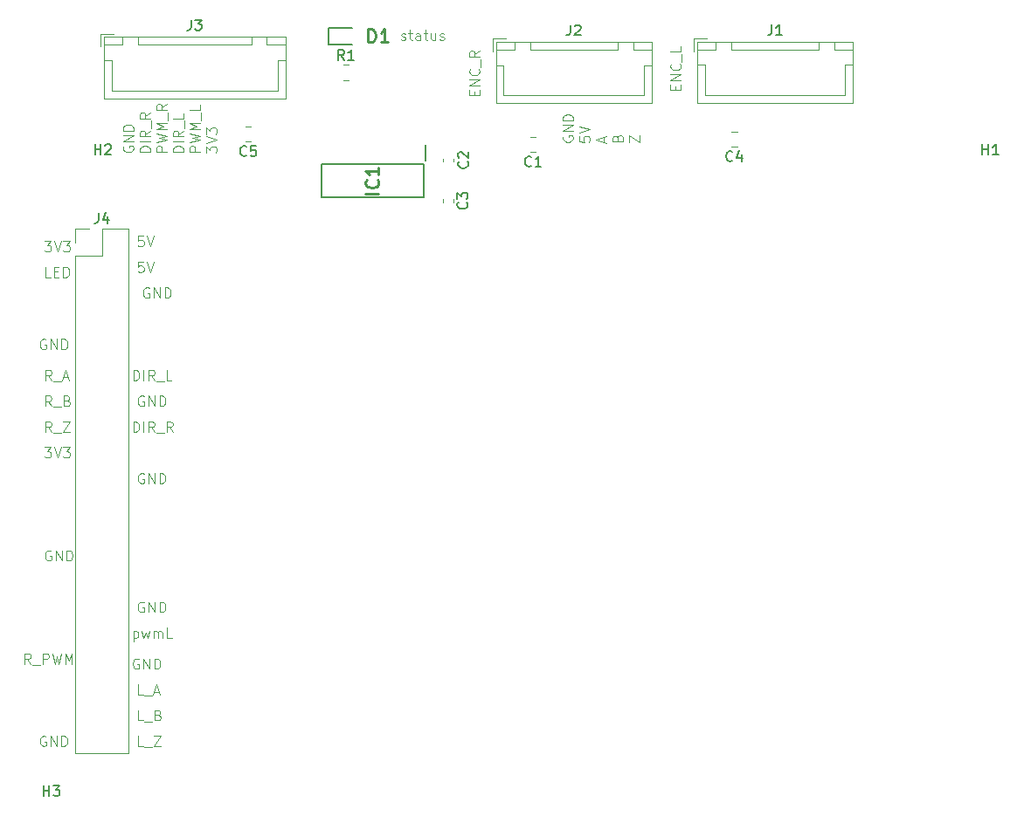
<source format=gto>
%TF.GenerationSoftware,KiCad,Pcbnew,8.0.1*%
%TF.CreationDate,2024-06-27T20:22:44+09:00*%
%TF.ProjectId,GPIO_board,4750494f-5f62-46f6-9172-642e6b696361,rev?*%
%TF.SameCoordinates,Original*%
%TF.FileFunction,Legend,Top*%
%TF.FilePolarity,Positive*%
%FSLAX46Y46*%
G04 Gerber Fmt 4.6, Leading zero omitted, Abs format (unit mm)*
G04 Created by KiCad (PCBNEW 8.0.1) date 2024-06-27 20:22:44*
%MOMM*%
%LPD*%
G01*
G04 APERTURE LIST*
%ADD10C,0.100000*%
%ADD11C,0.150000*%
%ADD12C,0.254000*%
%ADD13C,0.120000*%
%ADD14C,0.200000*%
G04 APERTURE END LIST*
D10*
X64327693Y-76420038D02*
X64232455Y-76372419D01*
X64232455Y-76372419D02*
X64089598Y-76372419D01*
X64089598Y-76372419D02*
X63946741Y-76420038D01*
X63946741Y-76420038D02*
X63851503Y-76515276D01*
X63851503Y-76515276D02*
X63803884Y-76610514D01*
X63803884Y-76610514D02*
X63756265Y-76800990D01*
X63756265Y-76800990D02*
X63756265Y-76943847D01*
X63756265Y-76943847D02*
X63803884Y-77134323D01*
X63803884Y-77134323D02*
X63851503Y-77229561D01*
X63851503Y-77229561D02*
X63946741Y-77324800D01*
X63946741Y-77324800D02*
X64089598Y-77372419D01*
X64089598Y-77372419D02*
X64184836Y-77372419D01*
X64184836Y-77372419D02*
X64327693Y-77324800D01*
X64327693Y-77324800D02*
X64375312Y-77277180D01*
X64375312Y-77277180D02*
X64375312Y-76943847D01*
X64375312Y-76943847D02*
X64184836Y-76943847D01*
X64803884Y-77372419D02*
X64803884Y-76372419D01*
X64803884Y-76372419D02*
X65375312Y-77372419D01*
X65375312Y-77372419D02*
X65375312Y-76372419D01*
X65851503Y-77372419D02*
X65851503Y-76372419D01*
X65851503Y-76372419D02*
X66089598Y-76372419D01*
X66089598Y-76372419D02*
X66232455Y-76420038D01*
X66232455Y-76420038D02*
X66327693Y-76515276D01*
X66327693Y-76515276D02*
X66375312Y-76610514D01*
X66375312Y-76610514D02*
X66422931Y-76800990D01*
X66422931Y-76800990D02*
X66422931Y-76943847D01*
X66422931Y-76943847D02*
X66375312Y-77134323D01*
X66375312Y-77134323D02*
X66327693Y-77229561D01*
X66327693Y-77229561D02*
X66232455Y-77324800D01*
X66232455Y-77324800D02*
X66089598Y-77372419D01*
X66089598Y-77372419D02*
X65851503Y-77372419D01*
X63780074Y-73872419D02*
X63303884Y-73872419D01*
X63303884Y-73872419D02*
X63256265Y-74348609D01*
X63256265Y-74348609D02*
X63303884Y-74300990D01*
X63303884Y-74300990D02*
X63399122Y-74253371D01*
X63399122Y-74253371D02*
X63637217Y-74253371D01*
X63637217Y-74253371D02*
X63732455Y-74300990D01*
X63732455Y-74300990D02*
X63780074Y-74348609D01*
X63780074Y-74348609D02*
X63827693Y-74443847D01*
X63827693Y-74443847D02*
X63827693Y-74681942D01*
X63827693Y-74681942D02*
X63780074Y-74777180D01*
X63780074Y-74777180D02*
X63732455Y-74824800D01*
X63732455Y-74824800D02*
X63637217Y-74872419D01*
X63637217Y-74872419D02*
X63399122Y-74872419D01*
X63399122Y-74872419D02*
X63303884Y-74824800D01*
X63303884Y-74824800D02*
X63256265Y-74777180D01*
X64113408Y-73872419D02*
X64446741Y-74872419D01*
X64446741Y-74872419D02*
X64780074Y-73872419D01*
X52875312Y-112872419D02*
X52541979Y-112396228D01*
X52303884Y-112872419D02*
X52303884Y-111872419D01*
X52303884Y-111872419D02*
X52684836Y-111872419D01*
X52684836Y-111872419D02*
X52780074Y-111920038D01*
X52780074Y-111920038D02*
X52827693Y-111967657D01*
X52827693Y-111967657D02*
X52875312Y-112062895D01*
X52875312Y-112062895D02*
X52875312Y-112205752D01*
X52875312Y-112205752D02*
X52827693Y-112300990D01*
X52827693Y-112300990D02*
X52780074Y-112348609D01*
X52780074Y-112348609D02*
X52684836Y-112396228D01*
X52684836Y-112396228D02*
X52303884Y-112396228D01*
X53065789Y-112967657D02*
X53827693Y-112967657D01*
X54065789Y-112872419D02*
X54065789Y-111872419D01*
X54065789Y-111872419D02*
X54446741Y-111872419D01*
X54446741Y-111872419D02*
X54541979Y-111920038D01*
X54541979Y-111920038D02*
X54589598Y-111967657D01*
X54589598Y-111967657D02*
X54637217Y-112062895D01*
X54637217Y-112062895D02*
X54637217Y-112205752D01*
X54637217Y-112205752D02*
X54589598Y-112300990D01*
X54589598Y-112300990D02*
X54541979Y-112348609D01*
X54541979Y-112348609D02*
X54446741Y-112396228D01*
X54446741Y-112396228D02*
X54065789Y-112396228D01*
X54970551Y-111872419D02*
X55208646Y-112872419D01*
X55208646Y-112872419D02*
X55399122Y-112158133D01*
X55399122Y-112158133D02*
X55589598Y-112872419D01*
X55589598Y-112872419D02*
X55827694Y-111872419D01*
X56208646Y-112872419D02*
X56208646Y-111872419D01*
X56208646Y-111872419D02*
X56541979Y-112586704D01*
X56541979Y-112586704D02*
X56875312Y-111872419D01*
X56875312Y-111872419D02*
X56875312Y-112872419D01*
X63327693Y-112420038D02*
X63232455Y-112372419D01*
X63232455Y-112372419D02*
X63089598Y-112372419D01*
X63089598Y-112372419D02*
X62946741Y-112420038D01*
X62946741Y-112420038D02*
X62851503Y-112515276D01*
X62851503Y-112515276D02*
X62803884Y-112610514D01*
X62803884Y-112610514D02*
X62756265Y-112800990D01*
X62756265Y-112800990D02*
X62756265Y-112943847D01*
X62756265Y-112943847D02*
X62803884Y-113134323D01*
X62803884Y-113134323D02*
X62851503Y-113229561D01*
X62851503Y-113229561D02*
X62946741Y-113324800D01*
X62946741Y-113324800D02*
X63089598Y-113372419D01*
X63089598Y-113372419D02*
X63184836Y-113372419D01*
X63184836Y-113372419D02*
X63327693Y-113324800D01*
X63327693Y-113324800D02*
X63375312Y-113277180D01*
X63375312Y-113277180D02*
X63375312Y-112943847D01*
X63375312Y-112943847D02*
X63184836Y-112943847D01*
X63803884Y-113372419D02*
X63803884Y-112372419D01*
X63803884Y-112372419D02*
X64375312Y-113372419D01*
X64375312Y-113372419D02*
X64375312Y-112372419D01*
X64851503Y-113372419D02*
X64851503Y-112372419D01*
X64851503Y-112372419D02*
X65089598Y-112372419D01*
X65089598Y-112372419D02*
X65232455Y-112420038D01*
X65232455Y-112420038D02*
X65327693Y-112515276D01*
X65327693Y-112515276D02*
X65375312Y-112610514D01*
X65375312Y-112610514D02*
X65422931Y-112800990D01*
X65422931Y-112800990D02*
X65422931Y-112943847D01*
X65422931Y-112943847D02*
X65375312Y-113134323D01*
X65375312Y-113134323D02*
X65327693Y-113229561D01*
X65327693Y-113229561D02*
X65232455Y-113324800D01*
X65232455Y-113324800D02*
X65089598Y-113372419D01*
X65089598Y-113372419D02*
X64851503Y-113372419D01*
X63780074Y-118372419D02*
X63303884Y-118372419D01*
X63303884Y-118372419D02*
X63303884Y-117372419D01*
X63875313Y-118467657D02*
X64637217Y-118467657D01*
X65208646Y-117848609D02*
X65351503Y-117896228D01*
X65351503Y-117896228D02*
X65399122Y-117943847D01*
X65399122Y-117943847D02*
X65446741Y-118039085D01*
X65446741Y-118039085D02*
X65446741Y-118181942D01*
X65446741Y-118181942D02*
X65399122Y-118277180D01*
X65399122Y-118277180D02*
X65351503Y-118324800D01*
X65351503Y-118324800D02*
X65256265Y-118372419D01*
X65256265Y-118372419D02*
X64875313Y-118372419D01*
X64875313Y-118372419D02*
X64875313Y-117372419D01*
X64875313Y-117372419D02*
X65208646Y-117372419D01*
X65208646Y-117372419D02*
X65303884Y-117420038D01*
X65303884Y-117420038D02*
X65351503Y-117467657D01*
X65351503Y-117467657D02*
X65399122Y-117562895D01*
X65399122Y-117562895D02*
X65399122Y-117658133D01*
X65399122Y-117658133D02*
X65351503Y-117753371D01*
X65351503Y-117753371D02*
X65303884Y-117800990D01*
X65303884Y-117800990D02*
X65208646Y-117848609D01*
X65208646Y-117848609D02*
X64875313Y-117848609D01*
X63827693Y-106920038D02*
X63732455Y-106872419D01*
X63732455Y-106872419D02*
X63589598Y-106872419D01*
X63589598Y-106872419D02*
X63446741Y-106920038D01*
X63446741Y-106920038D02*
X63351503Y-107015276D01*
X63351503Y-107015276D02*
X63303884Y-107110514D01*
X63303884Y-107110514D02*
X63256265Y-107300990D01*
X63256265Y-107300990D02*
X63256265Y-107443847D01*
X63256265Y-107443847D02*
X63303884Y-107634323D01*
X63303884Y-107634323D02*
X63351503Y-107729561D01*
X63351503Y-107729561D02*
X63446741Y-107824800D01*
X63446741Y-107824800D02*
X63589598Y-107872419D01*
X63589598Y-107872419D02*
X63684836Y-107872419D01*
X63684836Y-107872419D02*
X63827693Y-107824800D01*
X63827693Y-107824800D02*
X63875312Y-107777180D01*
X63875312Y-107777180D02*
X63875312Y-107443847D01*
X63875312Y-107443847D02*
X63684836Y-107443847D01*
X64303884Y-107872419D02*
X64303884Y-106872419D01*
X64303884Y-106872419D02*
X64875312Y-107872419D01*
X64875312Y-107872419D02*
X64875312Y-106872419D01*
X65351503Y-107872419D02*
X65351503Y-106872419D01*
X65351503Y-106872419D02*
X65589598Y-106872419D01*
X65589598Y-106872419D02*
X65732455Y-106920038D01*
X65732455Y-106920038D02*
X65827693Y-107015276D01*
X65827693Y-107015276D02*
X65875312Y-107110514D01*
X65875312Y-107110514D02*
X65922931Y-107300990D01*
X65922931Y-107300990D02*
X65922931Y-107443847D01*
X65922931Y-107443847D02*
X65875312Y-107634323D01*
X65875312Y-107634323D02*
X65827693Y-107729561D01*
X65827693Y-107729561D02*
X65732455Y-107824800D01*
X65732455Y-107824800D02*
X65589598Y-107872419D01*
X65589598Y-107872419D02*
X65351503Y-107872419D01*
X63780074Y-115872419D02*
X63303884Y-115872419D01*
X63303884Y-115872419D02*
X63303884Y-114872419D01*
X63875313Y-115967657D02*
X64637217Y-115967657D01*
X64827694Y-115586704D02*
X65303884Y-115586704D01*
X64732456Y-115872419D02*
X65065789Y-114872419D01*
X65065789Y-114872419D02*
X65399122Y-115872419D01*
X54208646Y-71872419D02*
X54827693Y-71872419D01*
X54827693Y-71872419D02*
X54494360Y-72253371D01*
X54494360Y-72253371D02*
X54637217Y-72253371D01*
X54637217Y-72253371D02*
X54732455Y-72300990D01*
X54732455Y-72300990D02*
X54780074Y-72348609D01*
X54780074Y-72348609D02*
X54827693Y-72443847D01*
X54827693Y-72443847D02*
X54827693Y-72681942D01*
X54827693Y-72681942D02*
X54780074Y-72777180D01*
X54780074Y-72777180D02*
X54732455Y-72824800D01*
X54732455Y-72824800D02*
X54637217Y-72872419D01*
X54637217Y-72872419D02*
X54351503Y-72872419D01*
X54351503Y-72872419D02*
X54256265Y-72824800D01*
X54256265Y-72824800D02*
X54208646Y-72777180D01*
X55113408Y-71872419D02*
X55446741Y-72872419D01*
X55446741Y-72872419D02*
X55780074Y-71872419D01*
X56018170Y-71872419D02*
X56637217Y-71872419D01*
X56637217Y-71872419D02*
X56303884Y-72253371D01*
X56303884Y-72253371D02*
X56446741Y-72253371D01*
X56446741Y-72253371D02*
X56541979Y-72300990D01*
X56541979Y-72300990D02*
X56589598Y-72348609D01*
X56589598Y-72348609D02*
X56637217Y-72443847D01*
X56637217Y-72443847D02*
X56637217Y-72681942D01*
X56637217Y-72681942D02*
X56589598Y-72777180D01*
X56589598Y-72777180D02*
X56541979Y-72824800D01*
X56541979Y-72824800D02*
X56446741Y-72872419D01*
X56446741Y-72872419D02*
X56161027Y-72872419D01*
X56161027Y-72872419D02*
X56065789Y-72824800D01*
X56065789Y-72824800D02*
X56018170Y-72777180D01*
X54827693Y-101920038D02*
X54732455Y-101872419D01*
X54732455Y-101872419D02*
X54589598Y-101872419D01*
X54589598Y-101872419D02*
X54446741Y-101920038D01*
X54446741Y-101920038D02*
X54351503Y-102015276D01*
X54351503Y-102015276D02*
X54303884Y-102110514D01*
X54303884Y-102110514D02*
X54256265Y-102300990D01*
X54256265Y-102300990D02*
X54256265Y-102443847D01*
X54256265Y-102443847D02*
X54303884Y-102634323D01*
X54303884Y-102634323D02*
X54351503Y-102729561D01*
X54351503Y-102729561D02*
X54446741Y-102824800D01*
X54446741Y-102824800D02*
X54589598Y-102872419D01*
X54589598Y-102872419D02*
X54684836Y-102872419D01*
X54684836Y-102872419D02*
X54827693Y-102824800D01*
X54827693Y-102824800D02*
X54875312Y-102777180D01*
X54875312Y-102777180D02*
X54875312Y-102443847D01*
X54875312Y-102443847D02*
X54684836Y-102443847D01*
X55303884Y-102872419D02*
X55303884Y-101872419D01*
X55303884Y-101872419D02*
X55875312Y-102872419D01*
X55875312Y-102872419D02*
X55875312Y-101872419D01*
X56351503Y-102872419D02*
X56351503Y-101872419D01*
X56351503Y-101872419D02*
X56589598Y-101872419D01*
X56589598Y-101872419D02*
X56732455Y-101920038D01*
X56732455Y-101920038D02*
X56827693Y-102015276D01*
X56827693Y-102015276D02*
X56875312Y-102110514D01*
X56875312Y-102110514D02*
X56922931Y-102300990D01*
X56922931Y-102300990D02*
X56922931Y-102443847D01*
X56922931Y-102443847D02*
X56875312Y-102634323D01*
X56875312Y-102634323D02*
X56827693Y-102729561D01*
X56827693Y-102729561D02*
X56732455Y-102824800D01*
X56732455Y-102824800D02*
X56589598Y-102872419D01*
X56589598Y-102872419D02*
X56351503Y-102872419D01*
X104480262Y-61672306D02*
X104432643Y-61767544D01*
X104432643Y-61767544D02*
X104432643Y-61910401D01*
X104432643Y-61910401D02*
X104480262Y-62053258D01*
X104480262Y-62053258D02*
X104575500Y-62148496D01*
X104575500Y-62148496D02*
X104670738Y-62196115D01*
X104670738Y-62196115D02*
X104861214Y-62243734D01*
X104861214Y-62243734D02*
X105004071Y-62243734D01*
X105004071Y-62243734D02*
X105194547Y-62196115D01*
X105194547Y-62196115D02*
X105289785Y-62148496D01*
X105289785Y-62148496D02*
X105385024Y-62053258D01*
X105385024Y-62053258D02*
X105432643Y-61910401D01*
X105432643Y-61910401D02*
X105432643Y-61815163D01*
X105432643Y-61815163D02*
X105385024Y-61672306D01*
X105385024Y-61672306D02*
X105337404Y-61624687D01*
X105337404Y-61624687D02*
X105004071Y-61624687D01*
X105004071Y-61624687D02*
X105004071Y-61815163D01*
X105432643Y-61196115D02*
X104432643Y-61196115D01*
X104432643Y-61196115D02*
X105432643Y-60624687D01*
X105432643Y-60624687D02*
X104432643Y-60624687D01*
X105432643Y-60148496D02*
X104432643Y-60148496D01*
X104432643Y-60148496D02*
X104432643Y-59910401D01*
X104432643Y-59910401D02*
X104480262Y-59767544D01*
X104480262Y-59767544D02*
X104575500Y-59672306D01*
X104575500Y-59672306D02*
X104670738Y-59624687D01*
X104670738Y-59624687D02*
X104861214Y-59577068D01*
X104861214Y-59577068D02*
X105004071Y-59577068D01*
X105004071Y-59577068D02*
X105194547Y-59624687D01*
X105194547Y-59624687D02*
X105289785Y-59672306D01*
X105289785Y-59672306D02*
X105385024Y-59767544D01*
X105385024Y-59767544D02*
X105432643Y-59910401D01*
X105432643Y-59910401D02*
X105432643Y-60148496D01*
X106042587Y-61719925D02*
X106042587Y-62196115D01*
X106042587Y-62196115D02*
X106518777Y-62243734D01*
X106518777Y-62243734D02*
X106471158Y-62196115D01*
X106471158Y-62196115D02*
X106423539Y-62100877D01*
X106423539Y-62100877D02*
X106423539Y-61862782D01*
X106423539Y-61862782D02*
X106471158Y-61767544D01*
X106471158Y-61767544D02*
X106518777Y-61719925D01*
X106518777Y-61719925D02*
X106614015Y-61672306D01*
X106614015Y-61672306D02*
X106852110Y-61672306D01*
X106852110Y-61672306D02*
X106947348Y-61719925D01*
X106947348Y-61719925D02*
X106994968Y-61767544D01*
X106994968Y-61767544D02*
X107042587Y-61862782D01*
X107042587Y-61862782D02*
X107042587Y-62100877D01*
X107042587Y-62100877D02*
X106994968Y-62196115D01*
X106994968Y-62196115D02*
X106947348Y-62243734D01*
X106042587Y-61386591D02*
X107042587Y-61053258D01*
X107042587Y-61053258D02*
X106042587Y-60719925D01*
X108366816Y-62243734D02*
X108366816Y-61767544D01*
X108652531Y-62338972D02*
X107652531Y-62005639D01*
X107652531Y-62005639D02*
X108652531Y-61672306D01*
X109738665Y-61862782D02*
X109786284Y-61719925D01*
X109786284Y-61719925D02*
X109833903Y-61672306D01*
X109833903Y-61672306D02*
X109929141Y-61624687D01*
X109929141Y-61624687D02*
X110071998Y-61624687D01*
X110071998Y-61624687D02*
X110167236Y-61672306D01*
X110167236Y-61672306D02*
X110214856Y-61719925D01*
X110214856Y-61719925D02*
X110262475Y-61815163D01*
X110262475Y-61815163D02*
X110262475Y-62196115D01*
X110262475Y-62196115D02*
X109262475Y-62196115D01*
X109262475Y-62196115D02*
X109262475Y-61862782D01*
X109262475Y-61862782D02*
X109310094Y-61767544D01*
X109310094Y-61767544D02*
X109357713Y-61719925D01*
X109357713Y-61719925D02*
X109452951Y-61672306D01*
X109452951Y-61672306D02*
X109548189Y-61672306D01*
X109548189Y-61672306D02*
X109643427Y-61719925D01*
X109643427Y-61719925D02*
X109691046Y-61767544D01*
X109691046Y-61767544D02*
X109738665Y-61862782D01*
X109738665Y-61862782D02*
X109738665Y-62196115D01*
X110872419Y-62291353D02*
X110872419Y-61624687D01*
X110872419Y-61624687D02*
X111872419Y-62291353D01*
X111872419Y-62291353D02*
X111872419Y-61624687D01*
X54875312Y-87872419D02*
X54541979Y-87396228D01*
X54303884Y-87872419D02*
X54303884Y-86872419D01*
X54303884Y-86872419D02*
X54684836Y-86872419D01*
X54684836Y-86872419D02*
X54780074Y-86920038D01*
X54780074Y-86920038D02*
X54827693Y-86967657D01*
X54827693Y-86967657D02*
X54875312Y-87062895D01*
X54875312Y-87062895D02*
X54875312Y-87205752D01*
X54875312Y-87205752D02*
X54827693Y-87300990D01*
X54827693Y-87300990D02*
X54780074Y-87348609D01*
X54780074Y-87348609D02*
X54684836Y-87396228D01*
X54684836Y-87396228D02*
X54303884Y-87396228D01*
X55065789Y-87967657D02*
X55827693Y-87967657D01*
X56399122Y-87348609D02*
X56541979Y-87396228D01*
X56541979Y-87396228D02*
X56589598Y-87443847D01*
X56589598Y-87443847D02*
X56637217Y-87539085D01*
X56637217Y-87539085D02*
X56637217Y-87681942D01*
X56637217Y-87681942D02*
X56589598Y-87777180D01*
X56589598Y-87777180D02*
X56541979Y-87824800D01*
X56541979Y-87824800D02*
X56446741Y-87872419D01*
X56446741Y-87872419D02*
X56065789Y-87872419D01*
X56065789Y-87872419D02*
X56065789Y-86872419D01*
X56065789Y-86872419D02*
X56399122Y-86872419D01*
X56399122Y-86872419D02*
X56494360Y-86920038D01*
X56494360Y-86920038D02*
X56541979Y-86967657D01*
X56541979Y-86967657D02*
X56589598Y-87062895D01*
X56589598Y-87062895D02*
X56589598Y-87158133D01*
X56589598Y-87158133D02*
X56541979Y-87253371D01*
X56541979Y-87253371D02*
X56494360Y-87300990D01*
X56494360Y-87300990D02*
X56399122Y-87348609D01*
X56399122Y-87348609D02*
X56065789Y-87348609D01*
X54208646Y-91872419D02*
X54827693Y-91872419D01*
X54827693Y-91872419D02*
X54494360Y-92253371D01*
X54494360Y-92253371D02*
X54637217Y-92253371D01*
X54637217Y-92253371D02*
X54732455Y-92300990D01*
X54732455Y-92300990D02*
X54780074Y-92348609D01*
X54780074Y-92348609D02*
X54827693Y-92443847D01*
X54827693Y-92443847D02*
X54827693Y-92681942D01*
X54827693Y-92681942D02*
X54780074Y-92777180D01*
X54780074Y-92777180D02*
X54732455Y-92824800D01*
X54732455Y-92824800D02*
X54637217Y-92872419D01*
X54637217Y-92872419D02*
X54351503Y-92872419D01*
X54351503Y-92872419D02*
X54256265Y-92824800D01*
X54256265Y-92824800D02*
X54208646Y-92777180D01*
X55113408Y-91872419D02*
X55446741Y-92872419D01*
X55446741Y-92872419D02*
X55780074Y-91872419D01*
X56018170Y-91872419D02*
X56637217Y-91872419D01*
X56637217Y-91872419D02*
X56303884Y-92253371D01*
X56303884Y-92253371D02*
X56446741Y-92253371D01*
X56446741Y-92253371D02*
X56541979Y-92300990D01*
X56541979Y-92300990D02*
X56589598Y-92348609D01*
X56589598Y-92348609D02*
X56637217Y-92443847D01*
X56637217Y-92443847D02*
X56637217Y-92681942D01*
X56637217Y-92681942D02*
X56589598Y-92777180D01*
X56589598Y-92777180D02*
X56541979Y-92824800D01*
X56541979Y-92824800D02*
X56446741Y-92872419D01*
X56446741Y-92872419D02*
X56161027Y-92872419D01*
X56161027Y-92872419D02*
X56065789Y-92824800D01*
X56065789Y-92824800D02*
X56018170Y-92777180D01*
X63780074Y-71372419D02*
X63303884Y-71372419D01*
X63303884Y-71372419D02*
X63256265Y-71848609D01*
X63256265Y-71848609D02*
X63303884Y-71800990D01*
X63303884Y-71800990D02*
X63399122Y-71753371D01*
X63399122Y-71753371D02*
X63637217Y-71753371D01*
X63637217Y-71753371D02*
X63732455Y-71800990D01*
X63732455Y-71800990D02*
X63780074Y-71848609D01*
X63780074Y-71848609D02*
X63827693Y-71943847D01*
X63827693Y-71943847D02*
X63827693Y-72181942D01*
X63827693Y-72181942D02*
X63780074Y-72277180D01*
X63780074Y-72277180D02*
X63732455Y-72324800D01*
X63732455Y-72324800D02*
X63637217Y-72372419D01*
X63637217Y-72372419D02*
X63399122Y-72372419D01*
X63399122Y-72372419D02*
X63303884Y-72324800D01*
X63303884Y-72324800D02*
X63256265Y-72277180D01*
X64113408Y-71372419D02*
X64446741Y-72372419D01*
X64446741Y-72372419D02*
X64780074Y-71372419D01*
X95848609Y-57696115D02*
X95848609Y-57362782D01*
X96372419Y-57219925D02*
X96372419Y-57696115D01*
X96372419Y-57696115D02*
X95372419Y-57696115D01*
X95372419Y-57696115D02*
X95372419Y-57219925D01*
X96372419Y-56791353D02*
X95372419Y-56791353D01*
X95372419Y-56791353D02*
X96372419Y-56219925D01*
X96372419Y-56219925D02*
X95372419Y-56219925D01*
X96277180Y-55172306D02*
X96324800Y-55219925D01*
X96324800Y-55219925D02*
X96372419Y-55362782D01*
X96372419Y-55362782D02*
X96372419Y-55458020D01*
X96372419Y-55458020D02*
X96324800Y-55600877D01*
X96324800Y-55600877D02*
X96229561Y-55696115D01*
X96229561Y-55696115D02*
X96134323Y-55743734D01*
X96134323Y-55743734D02*
X95943847Y-55791353D01*
X95943847Y-55791353D02*
X95800990Y-55791353D01*
X95800990Y-55791353D02*
X95610514Y-55743734D01*
X95610514Y-55743734D02*
X95515276Y-55696115D01*
X95515276Y-55696115D02*
X95420038Y-55600877D01*
X95420038Y-55600877D02*
X95372419Y-55458020D01*
X95372419Y-55458020D02*
X95372419Y-55362782D01*
X95372419Y-55362782D02*
X95420038Y-55219925D01*
X95420038Y-55219925D02*
X95467657Y-55172306D01*
X96467657Y-54981830D02*
X96467657Y-54219925D01*
X96372419Y-53410401D02*
X95896228Y-53743734D01*
X96372419Y-53981829D02*
X95372419Y-53981829D01*
X95372419Y-53981829D02*
X95372419Y-53600877D01*
X95372419Y-53600877D02*
X95420038Y-53505639D01*
X95420038Y-53505639D02*
X95467657Y-53458020D01*
X95467657Y-53458020D02*
X95562895Y-53410401D01*
X95562895Y-53410401D02*
X95705752Y-53410401D01*
X95705752Y-53410401D02*
X95800990Y-53458020D01*
X95800990Y-53458020D02*
X95848609Y-53505639D01*
X95848609Y-53505639D02*
X95896228Y-53600877D01*
X95896228Y-53600877D02*
X95896228Y-53981829D01*
X54875312Y-90372419D02*
X54541979Y-89896228D01*
X54303884Y-90372419D02*
X54303884Y-89372419D01*
X54303884Y-89372419D02*
X54684836Y-89372419D01*
X54684836Y-89372419D02*
X54780074Y-89420038D01*
X54780074Y-89420038D02*
X54827693Y-89467657D01*
X54827693Y-89467657D02*
X54875312Y-89562895D01*
X54875312Y-89562895D02*
X54875312Y-89705752D01*
X54875312Y-89705752D02*
X54827693Y-89800990D01*
X54827693Y-89800990D02*
X54780074Y-89848609D01*
X54780074Y-89848609D02*
X54684836Y-89896228D01*
X54684836Y-89896228D02*
X54303884Y-89896228D01*
X55065789Y-90467657D02*
X55827693Y-90467657D01*
X55970551Y-89372419D02*
X56637217Y-89372419D01*
X56637217Y-89372419D02*
X55970551Y-90372419D01*
X55970551Y-90372419D02*
X56637217Y-90372419D01*
X63827693Y-86920038D02*
X63732455Y-86872419D01*
X63732455Y-86872419D02*
X63589598Y-86872419D01*
X63589598Y-86872419D02*
X63446741Y-86920038D01*
X63446741Y-86920038D02*
X63351503Y-87015276D01*
X63351503Y-87015276D02*
X63303884Y-87110514D01*
X63303884Y-87110514D02*
X63256265Y-87300990D01*
X63256265Y-87300990D02*
X63256265Y-87443847D01*
X63256265Y-87443847D02*
X63303884Y-87634323D01*
X63303884Y-87634323D02*
X63351503Y-87729561D01*
X63351503Y-87729561D02*
X63446741Y-87824800D01*
X63446741Y-87824800D02*
X63589598Y-87872419D01*
X63589598Y-87872419D02*
X63684836Y-87872419D01*
X63684836Y-87872419D02*
X63827693Y-87824800D01*
X63827693Y-87824800D02*
X63875312Y-87777180D01*
X63875312Y-87777180D02*
X63875312Y-87443847D01*
X63875312Y-87443847D02*
X63684836Y-87443847D01*
X64303884Y-87872419D02*
X64303884Y-86872419D01*
X64303884Y-86872419D02*
X64875312Y-87872419D01*
X64875312Y-87872419D02*
X64875312Y-86872419D01*
X65351503Y-87872419D02*
X65351503Y-86872419D01*
X65351503Y-86872419D02*
X65589598Y-86872419D01*
X65589598Y-86872419D02*
X65732455Y-86920038D01*
X65732455Y-86920038D02*
X65827693Y-87015276D01*
X65827693Y-87015276D02*
X65875312Y-87110514D01*
X65875312Y-87110514D02*
X65922931Y-87300990D01*
X65922931Y-87300990D02*
X65922931Y-87443847D01*
X65922931Y-87443847D02*
X65875312Y-87634323D01*
X65875312Y-87634323D02*
X65827693Y-87729561D01*
X65827693Y-87729561D02*
X65732455Y-87824800D01*
X65732455Y-87824800D02*
X65589598Y-87872419D01*
X65589598Y-87872419D02*
X65351503Y-87872419D01*
X115348609Y-57196115D02*
X115348609Y-56862782D01*
X115872419Y-56719925D02*
X115872419Y-57196115D01*
X115872419Y-57196115D02*
X114872419Y-57196115D01*
X114872419Y-57196115D02*
X114872419Y-56719925D01*
X115872419Y-56291353D02*
X114872419Y-56291353D01*
X114872419Y-56291353D02*
X115872419Y-55719925D01*
X115872419Y-55719925D02*
X114872419Y-55719925D01*
X115777180Y-54672306D02*
X115824800Y-54719925D01*
X115824800Y-54719925D02*
X115872419Y-54862782D01*
X115872419Y-54862782D02*
X115872419Y-54958020D01*
X115872419Y-54958020D02*
X115824800Y-55100877D01*
X115824800Y-55100877D02*
X115729561Y-55196115D01*
X115729561Y-55196115D02*
X115634323Y-55243734D01*
X115634323Y-55243734D02*
X115443847Y-55291353D01*
X115443847Y-55291353D02*
X115300990Y-55291353D01*
X115300990Y-55291353D02*
X115110514Y-55243734D01*
X115110514Y-55243734D02*
X115015276Y-55196115D01*
X115015276Y-55196115D02*
X114920038Y-55100877D01*
X114920038Y-55100877D02*
X114872419Y-54958020D01*
X114872419Y-54958020D02*
X114872419Y-54862782D01*
X114872419Y-54862782D02*
X114920038Y-54719925D01*
X114920038Y-54719925D02*
X114967657Y-54672306D01*
X115967657Y-54481830D02*
X115967657Y-53719925D01*
X115872419Y-53005639D02*
X115872419Y-53481829D01*
X115872419Y-53481829D02*
X114872419Y-53481829D01*
X63780074Y-120872419D02*
X63303884Y-120872419D01*
X63303884Y-120872419D02*
X63303884Y-119872419D01*
X63875313Y-120967657D02*
X64637217Y-120967657D01*
X64780075Y-119872419D02*
X65446741Y-119872419D01*
X65446741Y-119872419D02*
X64780075Y-120872419D01*
X64780075Y-120872419D02*
X65446741Y-120872419D01*
X54875312Y-85372419D02*
X54541979Y-84896228D01*
X54303884Y-85372419D02*
X54303884Y-84372419D01*
X54303884Y-84372419D02*
X54684836Y-84372419D01*
X54684836Y-84372419D02*
X54780074Y-84420038D01*
X54780074Y-84420038D02*
X54827693Y-84467657D01*
X54827693Y-84467657D02*
X54875312Y-84562895D01*
X54875312Y-84562895D02*
X54875312Y-84705752D01*
X54875312Y-84705752D02*
X54827693Y-84800990D01*
X54827693Y-84800990D02*
X54780074Y-84848609D01*
X54780074Y-84848609D02*
X54684836Y-84896228D01*
X54684836Y-84896228D02*
X54303884Y-84896228D01*
X55065789Y-85467657D02*
X55827693Y-85467657D01*
X56018170Y-85086704D02*
X56494360Y-85086704D01*
X55922932Y-85372419D02*
X56256265Y-84372419D01*
X56256265Y-84372419D02*
X56589598Y-85372419D01*
X62803884Y-109705752D02*
X62803884Y-110705752D01*
X62803884Y-109753371D02*
X62899122Y-109705752D01*
X62899122Y-109705752D02*
X63089598Y-109705752D01*
X63089598Y-109705752D02*
X63184836Y-109753371D01*
X63184836Y-109753371D02*
X63232455Y-109800990D01*
X63232455Y-109800990D02*
X63280074Y-109896228D01*
X63280074Y-109896228D02*
X63280074Y-110181942D01*
X63280074Y-110181942D02*
X63232455Y-110277180D01*
X63232455Y-110277180D02*
X63184836Y-110324800D01*
X63184836Y-110324800D02*
X63089598Y-110372419D01*
X63089598Y-110372419D02*
X62899122Y-110372419D01*
X62899122Y-110372419D02*
X62803884Y-110324800D01*
X63613408Y-109705752D02*
X63803884Y-110372419D01*
X63803884Y-110372419D02*
X63994360Y-109896228D01*
X63994360Y-109896228D02*
X64184836Y-110372419D01*
X64184836Y-110372419D02*
X64375312Y-109705752D01*
X64756265Y-110372419D02*
X64756265Y-109705752D01*
X64756265Y-109800990D02*
X64803884Y-109753371D01*
X64803884Y-109753371D02*
X64899122Y-109705752D01*
X64899122Y-109705752D02*
X65041979Y-109705752D01*
X65041979Y-109705752D02*
X65137217Y-109753371D01*
X65137217Y-109753371D02*
X65184836Y-109848609D01*
X65184836Y-109848609D02*
X65184836Y-110372419D01*
X65184836Y-109848609D02*
X65232455Y-109753371D01*
X65232455Y-109753371D02*
X65327693Y-109705752D01*
X65327693Y-109705752D02*
X65470550Y-109705752D01*
X65470550Y-109705752D02*
X65565789Y-109753371D01*
X65565789Y-109753371D02*
X65613408Y-109848609D01*
X65613408Y-109848609D02*
X65613408Y-110372419D01*
X66565788Y-110372419D02*
X66089598Y-110372419D01*
X66089598Y-110372419D02*
X66089598Y-109372419D01*
X54327693Y-119920038D02*
X54232455Y-119872419D01*
X54232455Y-119872419D02*
X54089598Y-119872419D01*
X54089598Y-119872419D02*
X53946741Y-119920038D01*
X53946741Y-119920038D02*
X53851503Y-120015276D01*
X53851503Y-120015276D02*
X53803884Y-120110514D01*
X53803884Y-120110514D02*
X53756265Y-120300990D01*
X53756265Y-120300990D02*
X53756265Y-120443847D01*
X53756265Y-120443847D02*
X53803884Y-120634323D01*
X53803884Y-120634323D02*
X53851503Y-120729561D01*
X53851503Y-120729561D02*
X53946741Y-120824800D01*
X53946741Y-120824800D02*
X54089598Y-120872419D01*
X54089598Y-120872419D02*
X54184836Y-120872419D01*
X54184836Y-120872419D02*
X54327693Y-120824800D01*
X54327693Y-120824800D02*
X54375312Y-120777180D01*
X54375312Y-120777180D02*
X54375312Y-120443847D01*
X54375312Y-120443847D02*
X54184836Y-120443847D01*
X54803884Y-120872419D02*
X54803884Y-119872419D01*
X54803884Y-119872419D02*
X55375312Y-120872419D01*
X55375312Y-120872419D02*
X55375312Y-119872419D01*
X55851503Y-120872419D02*
X55851503Y-119872419D01*
X55851503Y-119872419D02*
X56089598Y-119872419D01*
X56089598Y-119872419D02*
X56232455Y-119920038D01*
X56232455Y-119920038D02*
X56327693Y-120015276D01*
X56327693Y-120015276D02*
X56375312Y-120110514D01*
X56375312Y-120110514D02*
X56422931Y-120300990D01*
X56422931Y-120300990D02*
X56422931Y-120443847D01*
X56422931Y-120443847D02*
X56375312Y-120634323D01*
X56375312Y-120634323D02*
X56327693Y-120729561D01*
X56327693Y-120729561D02*
X56232455Y-120824800D01*
X56232455Y-120824800D02*
X56089598Y-120872419D01*
X56089598Y-120872419D02*
X55851503Y-120872419D01*
X54780074Y-75372419D02*
X54303884Y-75372419D01*
X54303884Y-75372419D02*
X54303884Y-74372419D01*
X55113408Y-74848609D02*
X55446741Y-74848609D01*
X55589598Y-75372419D02*
X55113408Y-75372419D01*
X55113408Y-75372419D02*
X55113408Y-74372419D01*
X55113408Y-74372419D02*
X55589598Y-74372419D01*
X56018170Y-75372419D02*
X56018170Y-74372419D01*
X56018170Y-74372419D02*
X56256265Y-74372419D01*
X56256265Y-74372419D02*
X56399122Y-74420038D01*
X56399122Y-74420038D02*
X56494360Y-74515276D01*
X56494360Y-74515276D02*
X56541979Y-74610514D01*
X56541979Y-74610514D02*
X56589598Y-74800990D01*
X56589598Y-74800990D02*
X56589598Y-74943847D01*
X56589598Y-74943847D02*
X56541979Y-75134323D01*
X56541979Y-75134323D02*
X56494360Y-75229561D01*
X56494360Y-75229561D02*
X56399122Y-75324800D01*
X56399122Y-75324800D02*
X56256265Y-75372419D01*
X56256265Y-75372419D02*
X56018170Y-75372419D01*
X61870318Y-62672306D02*
X61822699Y-62767544D01*
X61822699Y-62767544D02*
X61822699Y-62910401D01*
X61822699Y-62910401D02*
X61870318Y-63053258D01*
X61870318Y-63053258D02*
X61965556Y-63148496D01*
X61965556Y-63148496D02*
X62060794Y-63196115D01*
X62060794Y-63196115D02*
X62251270Y-63243734D01*
X62251270Y-63243734D02*
X62394127Y-63243734D01*
X62394127Y-63243734D02*
X62584603Y-63196115D01*
X62584603Y-63196115D02*
X62679841Y-63148496D01*
X62679841Y-63148496D02*
X62775080Y-63053258D01*
X62775080Y-63053258D02*
X62822699Y-62910401D01*
X62822699Y-62910401D02*
X62822699Y-62815163D01*
X62822699Y-62815163D02*
X62775080Y-62672306D01*
X62775080Y-62672306D02*
X62727460Y-62624687D01*
X62727460Y-62624687D02*
X62394127Y-62624687D01*
X62394127Y-62624687D02*
X62394127Y-62815163D01*
X62822699Y-62196115D02*
X61822699Y-62196115D01*
X61822699Y-62196115D02*
X62822699Y-61624687D01*
X62822699Y-61624687D02*
X61822699Y-61624687D01*
X62822699Y-61148496D02*
X61822699Y-61148496D01*
X61822699Y-61148496D02*
X61822699Y-60910401D01*
X61822699Y-60910401D02*
X61870318Y-60767544D01*
X61870318Y-60767544D02*
X61965556Y-60672306D01*
X61965556Y-60672306D02*
X62060794Y-60624687D01*
X62060794Y-60624687D02*
X62251270Y-60577068D01*
X62251270Y-60577068D02*
X62394127Y-60577068D01*
X62394127Y-60577068D02*
X62584603Y-60624687D01*
X62584603Y-60624687D02*
X62679841Y-60672306D01*
X62679841Y-60672306D02*
X62775080Y-60767544D01*
X62775080Y-60767544D02*
X62822699Y-60910401D01*
X62822699Y-60910401D02*
X62822699Y-61148496D01*
X64432643Y-63196115D02*
X63432643Y-63196115D01*
X63432643Y-63196115D02*
X63432643Y-62958020D01*
X63432643Y-62958020D02*
X63480262Y-62815163D01*
X63480262Y-62815163D02*
X63575500Y-62719925D01*
X63575500Y-62719925D02*
X63670738Y-62672306D01*
X63670738Y-62672306D02*
X63861214Y-62624687D01*
X63861214Y-62624687D02*
X64004071Y-62624687D01*
X64004071Y-62624687D02*
X64194547Y-62672306D01*
X64194547Y-62672306D02*
X64289785Y-62719925D01*
X64289785Y-62719925D02*
X64385024Y-62815163D01*
X64385024Y-62815163D02*
X64432643Y-62958020D01*
X64432643Y-62958020D02*
X64432643Y-63196115D01*
X64432643Y-62196115D02*
X63432643Y-62196115D01*
X64432643Y-61148497D02*
X63956452Y-61481830D01*
X64432643Y-61719925D02*
X63432643Y-61719925D01*
X63432643Y-61719925D02*
X63432643Y-61338973D01*
X63432643Y-61338973D02*
X63480262Y-61243735D01*
X63480262Y-61243735D02*
X63527881Y-61196116D01*
X63527881Y-61196116D02*
X63623119Y-61148497D01*
X63623119Y-61148497D02*
X63765976Y-61148497D01*
X63765976Y-61148497D02*
X63861214Y-61196116D01*
X63861214Y-61196116D02*
X63908833Y-61243735D01*
X63908833Y-61243735D02*
X63956452Y-61338973D01*
X63956452Y-61338973D02*
X63956452Y-61719925D01*
X64527881Y-60958021D02*
X64527881Y-60196116D01*
X64432643Y-59386592D02*
X63956452Y-59719925D01*
X64432643Y-59958020D02*
X63432643Y-59958020D01*
X63432643Y-59958020D02*
X63432643Y-59577068D01*
X63432643Y-59577068D02*
X63480262Y-59481830D01*
X63480262Y-59481830D02*
X63527881Y-59434211D01*
X63527881Y-59434211D02*
X63623119Y-59386592D01*
X63623119Y-59386592D02*
X63765976Y-59386592D01*
X63765976Y-59386592D02*
X63861214Y-59434211D01*
X63861214Y-59434211D02*
X63908833Y-59481830D01*
X63908833Y-59481830D02*
X63956452Y-59577068D01*
X63956452Y-59577068D02*
X63956452Y-59958020D01*
X66042587Y-63196115D02*
X65042587Y-63196115D01*
X65042587Y-63196115D02*
X65042587Y-62815163D01*
X65042587Y-62815163D02*
X65090206Y-62719925D01*
X65090206Y-62719925D02*
X65137825Y-62672306D01*
X65137825Y-62672306D02*
X65233063Y-62624687D01*
X65233063Y-62624687D02*
X65375920Y-62624687D01*
X65375920Y-62624687D02*
X65471158Y-62672306D01*
X65471158Y-62672306D02*
X65518777Y-62719925D01*
X65518777Y-62719925D02*
X65566396Y-62815163D01*
X65566396Y-62815163D02*
X65566396Y-63196115D01*
X65042587Y-62291353D02*
X66042587Y-62053258D01*
X66042587Y-62053258D02*
X65328301Y-61862782D01*
X65328301Y-61862782D02*
X66042587Y-61672306D01*
X66042587Y-61672306D02*
X65042587Y-61434211D01*
X66042587Y-61053258D02*
X65042587Y-61053258D01*
X65042587Y-61053258D02*
X65756872Y-60719925D01*
X65756872Y-60719925D02*
X65042587Y-60386592D01*
X65042587Y-60386592D02*
X66042587Y-60386592D01*
X66137825Y-60148497D02*
X66137825Y-59386592D01*
X66042587Y-58577068D02*
X65566396Y-58910401D01*
X66042587Y-59148496D02*
X65042587Y-59148496D01*
X65042587Y-59148496D02*
X65042587Y-58767544D01*
X65042587Y-58767544D02*
X65090206Y-58672306D01*
X65090206Y-58672306D02*
X65137825Y-58624687D01*
X65137825Y-58624687D02*
X65233063Y-58577068D01*
X65233063Y-58577068D02*
X65375920Y-58577068D01*
X65375920Y-58577068D02*
X65471158Y-58624687D01*
X65471158Y-58624687D02*
X65518777Y-58672306D01*
X65518777Y-58672306D02*
X65566396Y-58767544D01*
X65566396Y-58767544D02*
X65566396Y-59148496D01*
X67652531Y-63196115D02*
X66652531Y-63196115D01*
X66652531Y-63196115D02*
X66652531Y-62958020D01*
X66652531Y-62958020D02*
X66700150Y-62815163D01*
X66700150Y-62815163D02*
X66795388Y-62719925D01*
X66795388Y-62719925D02*
X66890626Y-62672306D01*
X66890626Y-62672306D02*
X67081102Y-62624687D01*
X67081102Y-62624687D02*
X67223959Y-62624687D01*
X67223959Y-62624687D02*
X67414435Y-62672306D01*
X67414435Y-62672306D02*
X67509673Y-62719925D01*
X67509673Y-62719925D02*
X67604912Y-62815163D01*
X67604912Y-62815163D02*
X67652531Y-62958020D01*
X67652531Y-62958020D02*
X67652531Y-63196115D01*
X67652531Y-62196115D02*
X66652531Y-62196115D01*
X67652531Y-61148497D02*
X67176340Y-61481830D01*
X67652531Y-61719925D02*
X66652531Y-61719925D01*
X66652531Y-61719925D02*
X66652531Y-61338973D01*
X66652531Y-61338973D02*
X66700150Y-61243735D01*
X66700150Y-61243735D02*
X66747769Y-61196116D01*
X66747769Y-61196116D02*
X66843007Y-61148497D01*
X66843007Y-61148497D02*
X66985864Y-61148497D01*
X66985864Y-61148497D02*
X67081102Y-61196116D01*
X67081102Y-61196116D02*
X67128721Y-61243735D01*
X67128721Y-61243735D02*
X67176340Y-61338973D01*
X67176340Y-61338973D02*
X67176340Y-61719925D01*
X67747769Y-60958021D02*
X67747769Y-60196116D01*
X67652531Y-59481830D02*
X67652531Y-59958020D01*
X67652531Y-59958020D02*
X66652531Y-59958020D01*
X69262475Y-63196115D02*
X68262475Y-63196115D01*
X68262475Y-63196115D02*
X68262475Y-62815163D01*
X68262475Y-62815163D02*
X68310094Y-62719925D01*
X68310094Y-62719925D02*
X68357713Y-62672306D01*
X68357713Y-62672306D02*
X68452951Y-62624687D01*
X68452951Y-62624687D02*
X68595808Y-62624687D01*
X68595808Y-62624687D02*
X68691046Y-62672306D01*
X68691046Y-62672306D02*
X68738665Y-62719925D01*
X68738665Y-62719925D02*
X68786284Y-62815163D01*
X68786284Y-62815163D02*
X68786284Y-63196115D01*
X68262475Y-62291353D02*
X69262475Y-62053258D01*
X69262475Y-62053258D02*
X68548189Y-61862782D01*
X68548189Y-61862782D02*
X69262475Y-61672306D01*
X69262475Y-61672306D02*
X68262475Y-61434211D01*
X69262475Y-61053258D02*
X68262475Y-61053258D01*
X68262475Y-61053258D02*
X68976760Y-60719925D01*
X68976760Y-60719925D02*
X68262475Y-60386592D01*
X68262475Y-60386592D02*
X69262475Y-60386592D01*
X69357713Y-60148497D02*
X69357713Y-59386592D01*
X69262475Y-58672306D02*
X69262475Y-59148496D01*
X69262475Y-59148496D02*
X68262475Y-59148496D01*
X69872419Y-63291353D02*
X69872419Y-62672306D01*
X69872419Y-62672306D02*
X70253371Y-63005639D01*
X70253371Y-63005639D02*
X70253371Y-62862782D01*
X70253371Y-62862782D02*
X70300990Y-62767544D01*
X70300990Y-62767544D02*
X70348609Y-62719925D01*
X70348609Y-62719925D02*
X70443847Y-62672306D01*
X70443847Y-62672306D02*
X70681942Y-62672306D01*
X70681942Y-62672306D02*
X70777180Y-62719925D01*
X70777180Y-62719925D02*
X70824800Y-62767544D01*
X70824800Y-62767544D02*
X70872419Y-62862782D01*
X70872419Y-62862782D02*
X70872419Y-63148496D01*
X70872419Y-63148496D02*
X70824800Y-63243734D01*
X70824800Y-63243734D02*
X70777180Y-63291353D01*
X69872419Y-62386591D02*
X70872419Y-62053258D01*
X70872419Y-62053258D02*
X69872419Y-61719925D01*
X69872419Y-61481829D02*
X69872419Y-60862782D01*
X69872419Y-60862782D02*
X70253371Y-61196115D01*
X70253371Y-61196115D02*
X70253371Y-61053258D01*
X70253371Y-61053258D02*
X70300990Y-60958020D01*
X70300990Y-60958020D02*
X70348609Y-60910401D01*
X70348609Y-60910401D02*
X70443847Y-60862782D01*
X70443847Y-60862782D02*
X70681942Y-60862782D01*
X70681942Y-60862782D02*
X70777180Y-60910401D01*
X70777180Y-60910401D02*
X70824800Y-60958020D01*
X70824800Y-60958020D02*
X70872419Y-61053258D01*
X70872419Y-61053258D02*
X70872419Y-61338972D01*
X70872419Y-61338972D02*
X70824800Y-61434210D01*
X70824800Y-61434210D02*
X70777180Y-61481829D01*
X54327693Y-81420038D02*
X54232455Y-81372419D01*
X54232455Y-81372419D02*
X54089598Y-81372419D01*
X54089598Y-81372419D02*
X53946741Y-81420038D01*
X53946741Y-81420038D02*
X53851503Y-81515276D01*
X53851503Y-81515276D02*
X53803884Y-81610514D01*
X53803884Y-81610514D02*
X53756265Y-81800990D01*
X53756265Y-81800990D02*
X53756265Y-81943847D01*
X53756265Y-81943847D02*
X53803884Y-82134323D01*
X53803884Y-82134323D02*
X53851503Y-82229561D01*
X53851503Y-82229561D02*
X53946741Y-82324800D01*
X53946741Y-82324800D02*
X54089598Y-82372419D01*
X54089598Y-82372419D02*
X54184836Y-82372419D01*
X54184836Y-82372419D02*
X54327693Y-82324800D01*
X54327693Y-82324800D02*
X54375312Y-82277180D01*
X54375312Y-82277180D02*
X54375312Y-81943847D01*
X54375312Y-81943847D02*
X54184836Y-81943847D01*
X54803884Y-82372419D02*
X54803884Y-81372419D01*
X54803884Y-81372419D02*
X55375312Y-82372419D01*
X55375312Y-82372419D02*
X55375312Y-81372419D01*
X55851503Y-82372419D02*
X55851503Y-81372419D01*
X55851503Y-81372419D02*
X56089598Y-81372419D01*
X56089598Y-81372419D02*
X56232455Y-81420038D01*
X56232455Y-81420038D02*
X56327693Y-81515276D01*
X56327693Y-81515276D02*
X56375312Y-81610514D01*
X56375312Y-81610514D02*
X56422931Y-81800990D01*
X56422931Y-81800990D02*
X56422931Y-81943847D01*
X56422931Y-81943847D02*
X56375312Y-82134323D01*
X56375312Y-82134323D02*
X56327693Y-82229561D01*
X56327693Y-82229561D02*
X56232455Y-82324800D01*
X56232455Y-82324800D02*
X56089598Y-82372419D01*
X56089598Y-82372419D02*
X55851503Y-82372419D01*
X62803884Y-85372419D02*
X62803884Y-84372419D01*
X62803884Y-84372419D02*
X63041979Y-84372419D01*
X63041979Y-84372419D02*
X63184836Y-84420038D01*
X63184836Y-84420038D02*
X63280074Y-84515276D01*
X63280074Y-84515276D02*
X63327693Y-84610514D01*
X63327693Y-84610514D02*
X63375312Y-84800990D01*
X63375312Y-84800990D02*
X63375312Y-84943847D01*
X63375312Y-84943847D02*
X63327693Y-85134323D01*
X63327693Y-85134323D02*
X63280074Y-85229561D01*
X63280074Y-85229561D02*
X63184836Y-85324800D01*
X63184836Y-85324800D02*
X63041979Y-85372419D01*
X63041979Y-85372419D02*
X62803884Y-85372419D01*
X63803884Y-85372419D02*
X63803884Y-84372419D01*
X64851502Y-85372419D02*
X64518169Y-84896228D01*
X64280074Y-85372419D02*
X64280074Y-84372419D01*
X64280074Y-84372419D02*
X64661026Y-84372419D01*
X64661026Y-84372419D02*
X64756264Y-84420038D01*
X64756264Y-84420038D02*
X64803883Y-84467657D01*
X64803883Y-84467657D02*
X64851502Y-84562895D01*
X64851502Y-84562895D02*
X64851502Y-84705752D01*
X64851502Y-84705752D02*
X64803883Y-84800990D01*
X64803883Y-84800990D02*
X64756264Y-84848609D01*
X64756264Y-84848609D02*
X64661026Y-84896228D01*
X64661026Y-84896228D02*
X64280074Y-84896228D01*
X65041979Y-85467657D02*
X65803883Y-85467657D01*
X66518169Y-85372419D02*
X66041979Y-85372419D01*
X66041979Y-85372419D02*
X66041979Y-84372419D01*
X88756265Y-52324800D02*
X88851503Y-52372419D01*
X88851503Y-52372419D02*
X89041979Y-52372419D01*
X89041979Y-52372419D02*
X89137217Y-52324800D01*
X89137217Y-52324800D02*
X89184836Y-52229561D01*
X89184836Y-52229561D02*
X89184836Y-52181942D01*
X89184836Y-52181942D02*
X89137217Y-52086704D01*
X89137217Y-52086704D02*
X89041979Y-52039085D01*
X89041979Y-52039085D02*
X88899122Y-52039085D01*
X88899122Y-52039085D02*
X88803884Y-51991466D01*
X88803884Y-51991466D02*
X88756265Y-51896228D01*
X88756265Y-51896228D02*
X88756265Y-51848609D01*
X88756265Y-51848609D02*
X88803884Y-51753371D01*
X88803884Y-51753371D02*
X88899122Y-51705752D01*
X88899122Y-51705752D02*
X89041979Y-51705752D01*
X89041979Y-51705752D02*
X89137217Y-51753371D01*
X89470551Y-51705752D02*
X89851503Y-51705752D01*
X89613408Y-51372419D02*
X89613408Y-52229561D01*
X89613408Y-52229561D02*
X89661027Y-52324800D01*
X89661027Y-52324800D02*
X89756265Y-52372419D01*
X89756265Y-52372419D02*
X89851503Y-52372419D01*
X90613408Y-52372419D02*
X90613408Y-51848609D01*
X90613408Y-51848609D02*
X90565789Y-51753371D01*
X90565789Y-51753371D02*
X90470551Y-51705752D01*
X90470551Y-51705752D02*
X90280075Y-51705752D01*
X90280075Y-51705752D02*
X90184837Y-51753371D01*
X90613408Y-52324800D02*
X90518170Y-52372419D01*
X90518170Y-52372419D02*
X90280075Y-52372419D01*
X90280075Y-52372419D02*
X90184837Y-52324800D01*
X90184837Y-52324800D02*
X90137218Y-52229561D01*
X90137218Y-52229561D02*
X90137218Y-52134323D01*
X90137218Y-52134323D02*
X90184837Y-52039085D01*
X90184837Y-52039085D02*
X90280075Y-51991466D01*
X90280075Y-51991466D02*
X90518170Y-51991466D01*
X90518170Y-51991466D02*
X90613408Y-51943847D01*
X90946742Y-51705752D02*
X91327694Y-51705752D01*
X91089599Y-51372419D02*
X91089599Y-52229561D01*
X91089599Y-52229561D02*
X91137218Y-52324800D01*
X91137218Y-52324800D02*
X91232456Y-52372419D01*
X91232456Y-52372419D02*
X91327694Y-52372419D01*
X92089599Y-51705752D02*
X92089599Y-52372419D01*
X91661028Y-51705752D02*
X91661028Y-52229561D01*
X91661028Y-52229561D02*
X91708647Y-52324800D01*
X91708647Y-52324800D02*
X91803885Y-52372419D01*
X91803885Y-52372419D02*
X91946742Y-52372419D01*
X91946742Y-52372419D02*
X92041980Y-52324800D01*
X92041980Y-52324800D02*
X92089599Y-52277180D01*
X92518171Y-52324800D02*
X92613409Y-52372419D01*
X92613409Y-52372419D02*
X92803885Y-52372419D01*
X92803885Y-52372419D02*
X92899123Y-52324800D01*
X92899123Y-52324800D02*
X92946742Y-52229561D01*
X92946742Y-52229561D02*
X92946742Y-52181942D01*
X92946742Y-52181942D02*
X92899123Y-52086704D01*
X92899123Y-52086704D02*
X92803885Y-52039085D01*
X92803885Y-52039085D02*
X92661028Y-52039085D01*
X92661028Y-52039085D02*
X92565790Y-51991466D01*
X92565790Y-51991466D02*
X92518171Y-51896228D01*
X92518171Y-51896228D02*
X92518171Y-51848609D01*
X92518171Y-51848609D02*
X92565790Y-51753371D01*
X92565790Y-51753371D02*
X92661028Y-51705752D01*
X92661028Y-51705752D02*
X92803885Y-51705752D01*
X92803885Y-51705752D02*
X92899123Y-51753371D01*
X62803884Y-90372419D02*
X62803884Y-89372419D01*
X62803884Y-89372419D02*
X63041979Y-89372419D01*
X63041979Y-89372419D02*
X63184836Y-89420038D01*
X63184836Y-89420038D02*
X63280074Y-89515276D01*
X63280074Y-89515276D02*
X63327693Y-89610514D01*
X63327693Y-89610514D02*
X63375312Y-89800990D01*
X63375312Y-89800990D02*
X63375312Y-89943847D01*
X63375312Y-89943847D02*
X63327693Y-90134323D01*
X63327693Y-90134323D02*
X63280074Y-90229561D01*
X63280074Y-90229561D02*
X63184836Y-90324800D01*
X63184836Y-90324800D02*
X63041979Y-90372419D01*
X63041979Y-90372419D02*
X62803884Y-90372419D01*
X63803884Y-90372419D02*
X63803884Y-89372419D01*
X64851502Y-90372419D02*
X64518169Y-89896228D01*
X64280074Y-90372419D02*
X64280074Y-89372419D01*
X64280074Y-89372419D02*
X64661026Y-89372419D01*
X64661026Y-89372419D02*
X64756264Y-89420038D01*
X64756264Y-89420038D02*
X64803883Y-89467657D01*
X64803883Y-89467657D02*
X64851502Y-89562895D01*
X64851502Y-89562895D02*
X64851502Y-89705752D01*
X64851502Y-89705752D02*
X64803883Y-89800990D01*
X64803883Y-89800990D02*
X64756264Y-89848609D01*
X64756264Y-89848609D02*
X64661026Y-89896228D01*
X64661026Y-89896228D02*
X64280074Y-89896228D01*
X65041979Y-90467657D02*
X65803883Y-90467657D01*
X66613407Y-90372419D02*
X66280074Y-89896228D01*
X66041979Y-90372419D02*
X66041979Y-89372419D01*
X66041979Y-89372419D02*
X66422931Y-89372419D01*
X66422931Y-89372419D02*
X66518169Y-89420038D01*
X66518169Y-89420038D02*
X66565788Y-89467657D01*
X66565788Y-89467657D02*
X66613407Y-89562895D01*
X66613407Y-89562895D02*
X66613407Y-89705752D01*
X66613407Y-89705752D02*
X66565788Y-89800990D01*
X66565788Y-89800990D02*
X66518169Y-89848609D01*
X66518169Y-89848609D02*
X66422931Y-89896228D01*
X66422931Y-89896228D02*
X66041979Y-89896228D01*
X63827693Y-94420038D02*
X63732455Y-94372419D01*
X63732455Y-94372419D02*
X63589598Y-94372419D01*
X63589598Y-94372419D02*
X63446741Y-94420038D01*
X63446741Y-94420038D02*
X63351503Y-94515276D01*
X63351503Y-94515276D02*
X63303884Y-94610514D01*
X63303884Y-94610514D02*
X63256265Y-94800990D01*
X63256265Y-94800990D02*
X63256265Y-94943847D01*
X63256265Y-94943847D02*
X63303884Y-95134323D01*
X63303884Y-95134323D02*
X63351503Y-95229561D01*
X63351503Y-95229561D02*
X63446741Y-95324800D01*
X63446741Y-95324800D02*
X63589598Y-95372419D01*
X63589598Y-95372419D02*
X63684836Y-95372419D01*
X63684836Y-95372419D02*
X63827693Y-95324800D01*
X63827693Y-95324800D02*
X63875312Y-95277180D01*
X63875312Y-95277180D02*
X63875312Y-94943847D01*
X63875312Y-94943847D02*
X63684836Y-94943847D01*
X64303884Y-95372419D02*
X64303884Y-94372419D01*
X64303884Y-94372419D02*
X64875312Y-95372419D01*
X64875312Y-95372419D02*
X64875312Y-94372419D01*
X65351503Y-95372419D02*
X65351503Y-94372419D01*
X65351503Y-94372419D02*
X65589598Y-94372419D01*
X65589598Y-94372419D02*
X65732455Y-94420038D01*
X65732455Y-94420038D02*
X65827693Y-94515276D01*
X65827693Y-94515276D02*
X65875312Y-94610514D01*
X65875312Y-94610514D02*
X65922931Y-94800990D01*
X65922931Y-94800990D02*
X65922931Y-94943847D01*
X65922931Y-94943847D02*
X65875312Y-95134323D01*
X65875312Y-95134323D02*
X65827693Y-95229561D01*
X65827693Y-95229561D02*
X65732455Y-95324800D01*
X65732455Y-95324800D02*
X65589598Y-95372419D01*
X65589598Y-95372419D02*
X65351503Y-95372419D01*
D11*
X95114580Y-68116666D02*
X95162200Y-68164285D01*
X95162200Y-68164285D02*
X95209819Y-68307142D01*
X95209819Y-68307142D02*
X95209819Y-68402380D01*
X95209819Y-68402380D02*
X95162200Y-68545237D01*
X95162200Y-68545237D02*
X95066961Y-68640475D01*
X95066961Y-68640475D02*
X94971723Y-68688094D01*
X94971723Y-68688094D02*
X94781247Y-68735713D01*
X94781247Y-68735713D02*
X94638390Y-68735713D01*
X94638390Y-68735713D02*
X94447914Y-68688094D01*
X94447914Y-68688094D02*
X94352676Y-68640475D01*
X94352676Y-68640475D02*
X94257438Y-68545237D01*
X94257438Y-68545237D02*
X94209819Y-68402380D01*
X94209819Y-68402380D02*
X94209819Y-68307142D01*
X94209819Y-68307142D02*
X94257438Y-68164285D01*
X94257438Y-68164285D02*
X94305057Y-68116666D01*
X94209819Y-67783332D02*
X94209819Y-67164285D01*
X94209819Y-67164285D02*
X94590771Y-67497618D01*
X94590771Y-67497618D02*
X94590771Y-67354761D01*
X94590771Y-67354761D02*
X94638390Y-67259523D01*
X94638390Y-67259523D02*
X94686009Y-67211904D01*
X94686009Y-67211904D02*
X94781247Y-67164285D01*
X94781247Y-67164285D02*
X95019342Y-67164285D01*
X95019342Y-67164285D02*
X95114580Y-67211904D01*
X95114580Y-67211904D02*
X95162200Y-67259523D01*
X95162200Y-67259523D02*
X95209819Y-67354761D01*
X95209819Y-67354761D02*
X95209819Y-67640475D01*
X95209819Y-67640475D02*
X95162200Y-67735713D01*
X95162200Y-67735713D02*
X95114580Y-67783332D01*
X124666666Y-50879819D02*
X124666666Y-51594104D01*
X124666666Y-51594104D02*
X124619047Y-51736961D01*
X124619047Y-51736961D02*
X124523809Y-51832200D01*
X124523809Y-51832200D02*
X124380952Y-51879819D01*
X124380952Y-51879819D02*
X124285714Y-51879819D01*
X125666666Y-51879819D02*
X125095238Y-51879819D01*
X125380952Y-51879819D02*
X125380952Y-50879819D01*
X125380952Y-50879819D02*
X125285714Y-51022676D01*
X125285714Y-51022676D02*
X125190476Y-51117914D01*
X125190476Y-51117914D02*
X125095238Y-51165533D01*
X68416666Y-50404819D02*
X68416666Y-51119104D01*
X68416666Y-51119104D02*
X68369047Y-51261961D01*
X68369047Y-51261961D02*
X68273809Y-51357200D01*
X68273809Y-51357200D02*
X68130952Y-51404819D01*
X68130952Y-51404819D02*
X68035714Y-51404819D01*
X68797619Y-50404819D02*
X69416666Y-50404819D01*
X69416666Y-50404819D02*
X69083333Y-50785771D01*
X69083333Y-50785771D02*
X69226190Y-50785771D01*
X69226190Y-50785771D02*
X69321428Y-50833390D01*
X69321428Y-50833390D02*
X69369047Y-50881009D01*
X69369047Y-50881009D02*
X69416666Y-50976247D01*
X69416666Y-50976247D02*
X69416666Y-51214342D01*
X69416666Y-51214342D02*
X69369047Y-51309580D01*
X69369047Y-51309580D02*
X69321428Y-51357200D01*
X69321428Y-51357200D02*
X69226190Y-51404819D01*
X69226190Y-51404819D02*
X68940476Y-51404819D01*
X68940476Y-51404819D02*
X68845238Y-51357200D01*
X68845238Y-51357200D02*
X68797619Y-51309580D01*
X145088095Y-63484819D02*
X145088095Y-62484819D01*
X145088095Y-62961009D02*
X145659523Y-62961009D01*
X145659523Y-63484819D02*
X145659523Y-62484819D01*
X146659523Y-63484819D02*
X146088095Y-63484819D01*
X146373809Y-63484819D02*
X146373809Y-62484819D01*
X146373809Y-62484819D02*
X146278571Y-62627676D01*
X146278571Y-62627676D02*
X146183333Y-62722914D01*
X146183333Y-62722914D02*
X146088095Y-62770533D01*
X73783333Y-63539580D02*
X73735714Y-63587200D01*
X73735714Y-63587200D02*
X73592857Y-63634819D01*
X73592857Y-63634819D02*
X73497619Y-63634819D01*
X73497619Y-63634819D02*
X73354762Y-63587200D01*
X73354762Y-63587200D02*
X73259524Y-63491961D01*
X73259524Y-63491961D02*
X73211905Y-63396723D01*
X73211905Y-63396723D02*
X73164286Y-63206247D01*
X73164286Y-63206247D02*
X73164286Y-63063390D01*
X73164286Y-63063390D02*
X73211905Y-62872914D01*
X73211905Y-62872914D02*
X73259524Y-62777676D01*
X73259524Y-62777676D02*
X73354762Y-62682438D01*
X73354762Y-62682438D02*
X73497619Y-62634819D01*
X73497619Y-62634819D02*
X73592857Y-62634819D01*
X73592857Y-62634819D02*
X73735714Y-62682438D01*
X73735714Y-62682438D02*
X73783333Y-62730057D01*
X74688095Y-62634819D02*
X74211905Y-62634819D01*
X74211905Y-62634819D02*
X74164286Y-63111009D01*
X74164286Y-63111009D02*
X74211905Y-63063390D01*
X74211905Y-63063390D02*
X74307143Y-63015771D01*
X74307143Y-63015771D02*
X74545238Y-63015771D01*
X74545238Y-63015771D02*
X74640476Y-63063390D01*
X74640476Y-63063390D02*
X74688095Y-63111009D01*
X74688095Y-63111009D02*
X74735714Y-63206247D01*
X74735714Y-63206247D02*
X74735714Y-63444342D01*
X74735714Y-63444342D02*
X74688095Y-63539580D01*
X74688095Y-63539580D02*
X74640476Y-63587200D01*
X74640476Y-63587200D02*
X74545238Y-63634819D01*
X74545238Y-63634819D02*
X74307143Y-63634819D01*
X74307143Y-63634819D02*
X74211905Y-63587200D01*
X74211905Y-63587200D02*
X74164286Y-63539580D01*
X120883333Y-64039580D02*
X120835714Y-64087200D01*
X120835714Y-64087200D02*
X120692857Y-64134819D01*
X120692857Y-64134819D02*
X120597619Y-64134819D01*
X120597619Y-64134819D02*
X120454762Y-64087200D01*
X120454762Y-64087200D02*
X120359524Y-63991961D01*
X120359524Y-63991961D02*
X120311905Y-63896723D01*
X120311905Y-63896723D02*
X120264286Y-63706247D01*
X120264286Y-63706247D02*
X120264286Y-63563390D01*
X120264286Y-63563390D02*
X120311905Y-63372914D01*
X120311905Y-63372914D02*
X120359524Y-63277676D01*
X120359524Y-63277676D02*
X120454762Y-63182438D01*
X120454762Y-63182438D02*
X120597619Y-63134819D01*
X120597619Y-63134819D02*
X120692857Y-63134819D01*
X120692857Y-63134819D02*
X120835714Y-63182438D01*
X120835714Y-63182438D02*
X120883333Y-63230057D01*
X121740476Y-63468152D02*
X121740476Y-64134819D01*
X121502381Y-63087200D02*
X121264286Y-63801485D01*
X121264286Y-63801485D02*
X121883333Y-63801485D01*
D12*
X86574318Y-67239762D02*
X85304318Y-67239762D01*
X86453365Y-65909285D02*
X86513842Y-65969761D01*
X86513842Y-65969761D02*
X86574318Y-66151190D01*
X86574318Y-66151190D02*
X86574318Y-66272142D01*
X86574318Y-66272142D02*
X86513842Y-66453571D01*
X86513842Y-66453571D02*
X86392889Y-66574523D01*
X86392889Y-66574523D02*
X86271937Y-66635000D01*
X86271937Y-66635000D02*
X86030032Y-66695476D01*
X86030032Y-66695476D02*
X85848603Y-66695476D01*
X85848603Y-66695476D02*
X85606699Y-66635000D01*
X85606699Y-66635000D02*
X85485746Y-66574523D01*
X85485746Y-66574523D02*
X85364794Y-66453571D01*
X85364794Y-66453571D02*
X85304318Y-66272142D01*
X85304318Y-66272142D02*
X85304318Y-66151190D01*
X85304318Y-66151190D02*
X85364794Y-65969761D01*
X85364794Y-65969761D02*
X85425270Y-65909285D01*
X86574318Y-64699761D02*
X86574318Y-65425476D01*
X86574318Y-65062619D02*
X85304318Y-65062619D01*
X85304318Y-65062619D02*
X85485746Y-65183571D01*
X85485746Y-65183571D02*
X85606699Y-65304523D01*
X85606699Y-65304523D02*
X85667175Y-65425476D01*
D11*
X59436666Y-69124819D02*
X59436666Y-69839104D01*
X59436666Y-69839104D02*
X59389047Y-69981961D01*
X59389047Y-69981961D02*
X59293809Y-70077200D01*
X59293809Y-70077200D02*
X59150952Y-70124819D01*
X59150952Y-70124819D02*
X59055714Y-70124819D01*
X60341428Y-69458152D02*
X60341428Y-70124819D01*
X60103333Y-69077200D02*
X59865238Y-69791485D01*
X59865238Y-69791485D02*
X60484285Y-69791485D01*
X101383333Y-64539580D02*
X101335714Y-64587200D01*
X101335714Y-64587200D02*
X101192857Y-64634819D01*
X101192857Y-64634819D02*
X101097619Y-64634819D01*
X101097619Y-64634819D02*
X100954762Y-64587200D01*
X100954762Y-64587200D02*
X100859524Y-64491961D01*
X100859524Y-64491961D02*
X100811905Y-64396723D01*
X100811905Y-64396723D02*
X100764286Y-64206247D01*
X100764286Y-64206247D02*
X100764286Y-64063390D01*
X100764286Y-64063390D02*
X100811905Y-63872914D01*
X100811905Y-63872914D02*
X100859524Y-63777676D01*
X100859524Y-63777676D02*
X100954762Y-63682438D01*
X100954762Y-63682438D02*
X101097619Y-63634819D01*
X101097619Y-63634819D02*
X101192857Y-63634819D01*
X101192857Y-63634819D02*
X101335714Y-63682438D01*
X101335714Y-63682438D02*
X101383333Y-63730057D01*
X102335714Y-64634819D02*
X101764286Y-64634819D01*
X102050000Y-64634819D02*
X102050000Y-63634819D01*
X102050000Y-63634819D02*
X101954762Y-63777676D01*
X101954762Y-63777676D02*
X101859524Y-63872914D01*
X101859524Y-63872914D02*
X101764286Y-63920533D01*
X95184580Y-64166666D02*
X95232200Y-64214285D01*
X95232200Y-64214285D02*
X95279819Y-64357142D01*
X95279819Y-64357142D02*
X95279819Y-64452380D01*
X95279819Y-64452380D02*
X95232200Y-64595237D01*
X95232200Y-64595237D02*
X95136961Y-64690475D01*
X95136961Y-64690475D02*
X95041723Y-64738094D01*
X95041723Y-64738094D02*
X94851247Y-64785713D01*
X94851247Y-64785713D02*
X94708390Y-64785713D01*
X94708390Y-64785713D02*
X94517914Y-64738094D01*
X94517914Y-64738094D02*
X94422676Y-64690475D01*
X94422676Y-64690475D02*
X94327438Y-64595237D01*
X94327438Y-64595237D02*
X94279819Y-64452380D01*
X94279819Y-64452380D02*
X94279819Y-64357142D01*
X94279819Y-64357142D02*
X94327438Y-64214285D01*
X94327438Y-64214285D02*
X94375057Y-64166666D01*
X94375057Y-63785713D02*
X94327438Y-63738094D01*
X94327438Y-63738094D02*
X94279819Y-63642856D01*
X94279819Y-63642856D02*
X94279819Y-63404761D01*
X94279819Y-63404761D02*
X94327438Y-63309523D01*
X94327438Y-63309523D02*
X94375057Y-63261904D01*
X94375057Y-63261904D02*
X94470295Y-63214285D01*
X94470295Y-63214285D02*
X94565533Y-63214285D01*
X94565533Y-63214285D02*
X94708390Y-63261904D01*
X94708390Y-63261904D02*
X95279819Y-63833332D01*
X95279819Y-63833332D02*
X95279819Y-63214285D01*
X83245833Y-54304819D02*
X82912500Y-53828628D01*
X82674405Y-54304819D02*
X82674405Y-53304819D01*
X82674405Y-53304819D02*
X83055357Y-53304819D01*
X83055357Y-53304819D02*
X83150595Y-53352438D01*
X83150595Y-53352438D02*
X83198214Y-53400057D01*
X83198214Y-53400057D02*
X83245833Y-53495295D01*
X83245833Y-53495295D02*
X83245833Y-53638152D01*
X83245833Y-53638152D02*
X83198214Y-53733390D01*
X83198214Y-53733390D02*
X83150595Y-53781009D01*
X83150595Y-53781009D02*
X83055357Y-53828628D01*
X83055357Y-53828628D02*
X82674405Y-53828628D01*
X84198214Y-54304819D02*
X83626786Y-54304819D01*
X83912500Y-54304819D02*
X83912500Y-53304819D01*
X83912500Y-53304819D02*
X83817262Y-53447676D01*
X83817262Y-53447676D02*
X83722024Y-53542914D01*
X83722024Y-53542914D02*
X83626786Y-53590533D01*
X105166666Y-50904819D02*
X105166666Y-51619104D01*
X105166666Y-51619104D02*
X105119047Y-51761961D01*
X105119047Y-51761961D02*
X105023809Y-51857200D01*
X105023809Y-51857200D02*
X104880952Y-51904819D01*
X104880952Y-51904819D02*
X104785714Y-51904819D01*
X105595238Y-51000057D02*
X105642857Y-50952438D01*
X105642857Y-50952438D02*
X105738095Y-50904819D01*
X105738095Y-50904819D02*
X105976190Y-50904819D01*
X105976190Y-50904819D02*
X106071428Y-50952438D01*
X106071428Y-50952438D02*
X106119047Y-51000057D01*
X106119047Y-51000057D02*
X106166666Y-51095295D01*
X106166666Y-51095295D02*
X106166666Y-51190533D01*
X106166666Y-51190533D02*
X106119047Y-51333390D01*
X106119047Y-51333390D02*
X105547619Y-51904819D01*
X105547619Y-51904819D02*
X106166666Y-51904819D01*
X59088095Y-63484819D02*
X59088095Y-62484819D01*
X59088095Y-62961009D02*
X59659523Y-62961009D01*
X59659523Y-63484819D02*
X59659523Y-62484819D01*
X60088095Y-62580057D02*
X60135714Y-62532438D01*
X60135714Y-62532438D02*
X60230952Y-62484819D01*
X60230952Y-62484819D02*
X60469047Y-62484819D01*
X60469047Y-62484819D02*
X60564285Y-62532438D01*
X60564285Y-62532438D02*
X60611904Y-62580057D01*
X60611904Y-62580057D02*
X60659523Y-62675295D01*
X60659523Y-62675295D02*
X60659523Y-62770533D01*
X60659523Y-62770533D02*
X60611904Y-62913390D01*
X60611904Y-62913390D02*
X60040476Y-63484819D01*
X60040476Y-63484819D02*
X60659523Y-63484819D01*
D12*
X85562618Y-52574318D02*
X85562618Y-51304318D01*
X85562618Y-51304318D02*
X85864999Y-51304318D01*
X85864999Y-51304318D02*
X86046428Y-51364794D01*
X86046428Y-51364794D02*
X86167380Y-51485746D01*
X86167380Y-51485746D02*
X86227857Y-51606699D01*
X86227857Y-51606699D02*
X86288333Y-51848603D01*
X86288333Y-51848603D02*
X86288333Y-52030032D01*
X86288333Y-52030032D02*
X86227857Y-52271937D01*
X86227857Y-52271937D02*
X86167380Y-52392889D01*
X86167380Y-52392889D02*
X86046428Y-52513842D01*
X86046428Y-52513842D02*
X85864999Y-52574318D01*
X85864999Y-52574318D02*
X85562618Y-52574318D01*
X87497857Y-52574318D02*
X86772142Y-52574318D01*
X87134999Y-52574318D02*
X87134999Y-51304318D01*
X87134999Y-51304318D02*
X87014047Y-51485746D01*
X87014047Y-51485746D02*
X86893095Y-51606699D01*
X86893095Y-51606699D02*
X86772142Y-51667175D01*
D11*
X54088095Y-125684819D02*
X54088095Y-124684819D01*
X54088095Y-125161009D02*
X54659523Y-125161009D01*
X54659523Y-125684819D02*
X54659523Y-124684819D01*
X55040476Y-124684819D02*
X55659523Y-124684819D01*
X55659523Y-124684819D02*
X55326190Y-125065771D01*
X55326190Y-125065771D02*
X55469047Y-125065771D01*
X55469047Y-125065771D02*
X55564285Y-125113390D01*
X55564285Y-125113390D02*
X55611904Y-125161009D01*
X55611904Y-125161009D02*
X55659523Y-125256247D01*
X55659523Y-125256247D02*
X55659523Y-125494342D01*
X55659523Y-125494342D02*
X55611904Y-125589580D01*
X55611904Y-125589580D02*
X55564285Y-125637200D01*
X55564285Y-125637200D02*
X55469047Y-125684819D01*
X55469047Y-125684819D02*
X55183333Y-125684819D01*
X55183333Y-125684819D02*
X55088095Y-125637200D01*
X55088095Y-125637200D02*
X55040476Y-125589580D01*
D13*
%TO.C,C3*%
X92815000Y-67809420D02*
X92815000Y-68090580D01*
X93835000Y-67809420D02*
X93835000Y-68090580D01*
%TO.C,J1*%
X117150000Y-52225000D02*
X117150000Y-53475000D01*
X117440000Y-52515000D02*
X117440000Y-58485000D01*
X117440000Y-58485000D02*
X132560000Y-58485000D01*
X117450000Y-52525000D02*
X117450000Y-53275000D01*
X117450000Y-53275000D02*
X119250000Y-53275000D01*
X117450000Y-54775000D02*
X118200000Y-54775000D01*
X118200000Y-54775000D02*
X118200000Y-57725000D01*
X118200000Y-57725000D02*
X125000000Y-57725000D01*
X118400000Y-52225000D02*
X117150000Y-52225000D01*
X119250000Y-52525000D02*
X117450000Y-52525000D01*
X119250000Y-53275000D02*
X119250000Y-52525000D01*
X120750000Y-52525000D02*
X120750000Y-53275000D01*
X120750000Y-53275000D02*
X129250000Y-53275000D01*
X129250000Y-52525000D02*
X120750000Y-52525000D01*
X129250000Y-53275000D02*
X129250000Y-52525000D01*
X130750000Y-52525000D02*
X130750000Y-53275000D01*
X130750000Y-53275000D02*
X132550000Y-53275000D01*
X131800000Y-54775000D02*
X131800000Y-57725000D01*
X131800000Y-57725000D02*
X125000000Y-57725000D01*
X132550000Y-52525000D02*
X130750000Y-52525000D01*
X132550000Y-53275000D02*
X132550000Y-52525000D01*
X132550000Y-54775000D02*
X131800000Y-54775000D01*
X132560000Y-52515000D02*
X117440000Y-52515000D01*
X132560000Y-58485000D02*
X132560000Y-52515000D01*
%TO.C,J3*%
X59650000Y-51750000D02*
X59650000Y-53000000D01*
X59940000Y-52040000D02*
X59940000Y-58010000D01*
X59940000Y-58010000D02*
X77560000Y-58010000D01*
X59950000Y-52050000D02*
X59950000Y-52800000D01*
X59950000Y-52800000D02*
X61750000Y-52800000D01*
X59950000Y-54300000D02*
X60700000Y-54300000D01*
X60700000Y-54300000D02*
X60700000Y-57250000D01*
X60700000Y-57250000D02*
X68750000Y-57250000D01*
X60900000Y-51750000D02*
X59650000Y-51750000D01*
X61750000Y-52050000D02*
X59950000Y-52050000D01*
X61750000Y-52800000D02*
X61750000Y-52050000D01*
X63250000Y-52050000D02*
X63250000Y-52800000D01*
X63250000Y-52800000D02*
X74250000Y-52800000D01*
X74250000Y-52050000D02*
X63250000Y-52050000D01*
X74250000Y-52800000D02*
X74250000Y-52050000D01*
X75750000Y-52050000D02*
X75750000Y-52800000D01*
X75750000Y-52800000D02*
X77550000Y-52800000D01*
X76800000Y-54300000D02*
X76800000Y-57250000D01*
X76800000Y-57250000D02*
X68750000Y-57250000D01*
X77550000Y-52050000D02*
X75750000Y-52050000D01*
X77550000Y-52800000D02*
X77550000Y-52050000D01*
X77550000Y-54300000D02*
X76800000Y-54300000D01*
X77560000Y-52040000D02*
X59940000Y-52040000D01*
X77560000Y-58010000D02*
X77560000Y-52040000D01*
%TO.C,C5*%
X74211252Y-60765000D02*
X73688748Y-60765000D01*
X74211252Y-62235000D02*
X73688748Y-62235000D01*
%TO.C,C4*%
X121311252Y-61265000D02*
X120788748Y-61265000D01*
X121311252Y-62735000D02*
X120788748Y-62735000D01*
D14*
%TO.C,IC1*%
X81050000Y-64400000D02*
X90950000Y-64400000D01*
X81050000Y-67600000D02*
X81050000Y-64400000D01*
X90950000Y-64400000D02*
X90950000Y-67600000D01*
X90950000Y-67600000D02*
X81050000Y-67600000D01*
X91120000Y-62500000D02*
X91120000Y-64050000D01*
D13*
%TO.C,J4*%
X57170000Y-70670000D02*
X58500000Y-70670000D01*
X57170000Y-72000000D02*
X57170000Y-70670000D01*
X57170000Y-73270000D02*
X57170000Y-121590000D01*
X57170000Y-73270000D02*
X59770000Y-73270000D01*
X57170000Y-121590000D02*
X62370000Y-121590000D01*
X59770000Y-70670000D02*
X62370000Y-70670000D01*
X59770000Y-73270000D02*
X59770000Y-70670000D01*
X62370000Y-70670000D02*
X62370000Y-121590000D01*
%TO.C,C1*%
X101811252Y-61765000D02*
X101288748Y-61765000D01*
X101811252Y-63235000D02*
X101288748Y-63235000D01*
%TO.C,C2*%
X92815000Y-64140580D02*
X92815000Y-63859420D01*
X93835000Y-64140580D02*
X93835000Y-63859420D01*
%TO.C,R1*%
X83185436Y-54765000D02*
X83639564Y-54765000D01*
X83185436Y-56235000D02*
X83639564Y-56235000D01*
%TO.C,J2*%
X97650000Y-52250000D02*
X97650000Y-53500000D01*
X97940000Y-52540000D02*
X97940000Y-58510000D01*
X97940000Y-58510000D02*
X113060000Y-58510000D01*
X97950000Y-52550000D02*
X97950000Y-53300000D01*
X97950000Y-53300000D02*
X99750000Y-53300000D01*
X97950000Y-54800000D02*
X98700000Y-54800000D01*
X98700000Y-54800000D02*
X98700000Y-57750000D01*
X98700000Y-57750000D02*
X105500000Y-57750000D01*
X98900000Y-52250000D02*
X97650000Y-52250000D01*
X99750000Y-52550000D02*
X97950000Y-52550000D01*
X99750000Y-53300000D02*
X99750000Y-52550000D01*
X101250000Y-52550000D02*
X101250000Y-53300000D01*
X101250000Y-53300000D02*
X109750000Y-53300000D01*
X109750000Y-52550000D02*
X101250000Y-52550000D01*
X109750000Y-53300000D02*
X109750000Y-52550000D01*
X111250000Y-52550000D02*
X111250000Y-53300000D01*
X111250000Y-53300000D02*
X113050000Y-53300000D01*
X112300000Y-54800000D02*
X112300000Y-57750000D01*
X112300000Y-57750000D02*
X105500000Y-57750000D01*
X113050000Y-52550000D02*
X111250000Y-52550000D01*
X113050000Y-53300000D02*
X113050000Y-52550000D01*
X113050000Y-54800000D02*
X112300000Y-54800000D01*
X113060000Y-52540000D02*
X97940000Y-52540000D01*
X113060000Y-58510000D02*
X113060000Y-52540000D01*
D14*
%TO.C,D1*%
X81700000Y-51175000D02*
X81700000Y-52825000D01*
X81700000Y-52825000D02*
X84000000Y-52825000D01*
X84000000Y-51175000D02*
X81700000Y-51175000D01*
%TD*%
M02*

</source>
